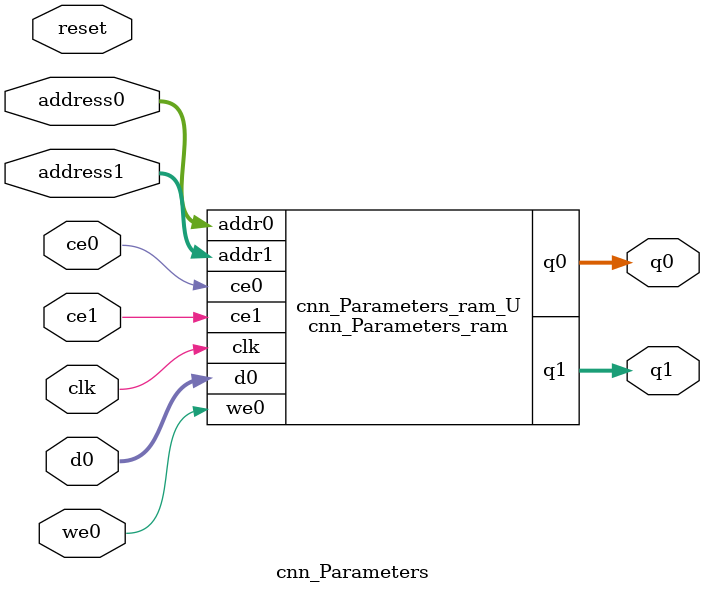
<source format=v>
`timescale 1 ns / 1 ps
module cnn_Parameters_ram (addr0, ce0, d0, we0, q0, addr1, ce1, q1,  clk);

parameter DWIDTH = 32;
parameter AWIDTH = 5;
parameter MEM_SIZE = 17;

input[AWIDTH-1:0] addr0;
input ce0;
input[DWIDTH-1:0] d0;
input we0;
output reg[DWIDTH-1:0] q0;
input[AWIDTH-1:0] addr1;
input ce1;
output reg[DWIDTH-1:0] q1;
input clk;

(* ram_style = "distributed" *)reg [DWIDTH-1:0] ram[0:MEM_SIZE-1];




always @(posedge clk)  
begin 
    if (ce0) begin
        if (we0) 
            ram[addr0] <= d0; 
        q0 <= ram[addr0];
    end
end


always @(posedge clk)  
begin 
    if (ce1) begin
        q1 <= ram[addr1];
    end
end


endmodule

`timescale 1 ns / 1 ps
module cnn_Parameters(
    reset,
    clk,
    address0,
    ce0,
    we0,
    d0,
    q0,
    address1,
    ce1,
    q1);

parameter DataWidth = 32'd32;
parameter AddressRange = 32'd17;
parameter AddressWidth = 32'd5;
input reset;
input clk;
input[AddressWidth - 1:0] address0;
input ce0;
input we0;
input[DataWidth - 1:0] d0;
output[DataWidth - 1:0] q0;
input[AddressWidth - 1:0] address1;
input ce1;
output[DataWidth - 1:0] q1;



cnn_Parameters_ram cnn_Parameters_ram_U(
    .clk( clk ),
    .addr0( address0 ),
    .ce0( ce0 ),
    .we0( we0 ),
    .d0( d0 ),
    .q0( q0 ),
    .addr1( address1 ),
    .ce1( ce1 ),
    .q1( q1 ));

endmodule


</source>
